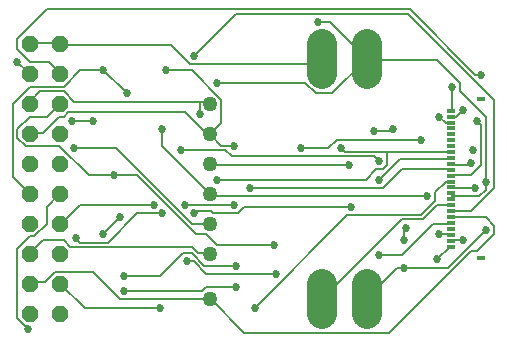
<source format=gtl>
G04 EAGLE Gerber RS-274X export*
G75*
%MOMM*%
%FSLAX34Y34*%
%LPD*%
%INTop Layer*%
%IPPOS*%
%AMOC8*
5,1,8,0,0,1.08239X$1,22.5*%
G01*
%ADD10P,1.539592X8X112.500000*%
%ADD11R,0.800000X0.300000*%
%ADD12R,0.800000X0.400000*%
%ADD13C,1.270000*%
%ADD14C,2.552700*%
%ADD15C,0.177800*%
%ADD16C,0.685800*%


D10*
X63500Y25400D03*
X38100Y25400D03*
X63500Y50800D03*
X38100Y50800D03*
X63500Y76200D03*
X38100Y76200D03*
X63500Y101600D03*
X38100Y101600D03*
X63500Y127000D03*
X38100Y127000D03*
X63500Y152400D03*
X38100Y152400D03*
X63500Y177800D03*
X38100Y177800D03*
X63500Y203200D03*
X38100Y203200D03*
X63500Y228600D03*
X38100Y228600D03*
X63500Y254000D03*
X38100Y254000D03*
D11*
X394900Y197200D03*
X394900Y192200D03*
X394900Y187200D03*
X394900Y182200D03*
X394900Y177200D03*
X394900Y172200D03*
X394900Y167200D03*
X394900Y162200D03*
X394900Y157200D03*
X394900Y152200D03*
X394900Y147200D03*
X394900Y142200D03*
X394900Y137200D03*
X394900Y132200D03*
X394900Y127200D03*
X394900Y122200D03*
X394900Y117200D03*
X394900Y112200D03*
X394900Y107200D03*
X394900Y102200D03*
X394900Y97200D03*
X394900Y92200D03*
X394900Y87200D03*
X394900Y82200D03*
D12*
X419900Y72200D03*
X419900Y207200D03*
D13*
X190500Y152400D03*
X190500Y177800D03*
X190500Y101600D03*
X190500Y127000D03*
X190500Y203200D03*
X190500Y76200D03*
X190500Y38100D03*
D14*
X285750Y228537D02*
X285750Y254064D01*
X323850Y254064D02*
X323850Y228537D01*
X285750Y50864D02*
X285750Y25337D01*
X323850Y25337D02*
X323850Y50864D01*
D15*
X349504Y64262D02*
X354838Y64262D01*
X349504Y64262D02*
X324612Y39370D01*
X323850Y38100D01*
X395732Y124714D02*
X395732Y126492D01*
X395732Y124714D02*
X395732Y122936D01*
X394900Y122200D01*
X395732Y126492D02*
X394900Y127200D01*
X395732Y124714D02*
X418846Y124714D01*
X424180Y130048D01*
X424180Y137160D02*
X424180Y192278D01*
X424180Y137160D02*
X424180Y130048D01*
X424180Y192278D02*
X402844Y213614D01*
X402844Y220726D01*
X383286Y240284D01*
X324612Y240284D01*
X323850Y241300D01*
X292608Y272288D02*
X281940Y272288D01*
X292608Y272288D02*
X322834Y242062D01*
X323850Y241300D01*
X271272Y220726D02*
X196596Y220726D01*
X271272Y220726D02*
X280162Y211836D01*
X294386Y211836D01*
X323850Y241300D01*
X354838Y64262D02*
X392176Y64262D01*
X424180Y96266D01*
D16*
X354838Y64262D03*
X281940Y272288D03*
X196596Y220726D03*
X424180Y96266D03*
X424180Y137160D03*
D15*
X203708Y163830D02*
X166370Y163830D01*
X203708Y163830D02*
X209042Y158496D01*
X329946Y158496D01*
X333502Y154940D01*
X354838Y96266D02*
X354838Y87376D01*
X354838Y96266D02*
X356616Y98044D01*
D16*
X166370Y163830D03*
X333502Y154940D03*
X354838Y87376D03*
X356616Y98044D03*
D15*
X395732Y197612D02*
X395732Y217170D01*
X36576Y229616D02*
X27686Y238506D01*
X394900Y197200D02*
X395732Y197612D01*
X38100Y228600D02*
X36576Y229616D01*
D16*
X395732Y217170D03*
X27686Y238506D03*
D15*
X399288Y192278D02*
X404622Y197612D01*
X399288Y192278D02*
X395732Y192278D01*
X394900Y192200D01*
D16*
X404622Y197612D03*
D15*
X393954Y186944D02*
X390398Y186944D01*
X385064Y192278D01*
X393954Y186944D02*
X394900Y187200D01*
D16*
X385064Y192278D03*
D15*
X189484Y76708D02*
X180594Y76708D01*
X175260Y82042D01*
X72136Y82042D01*
X66802Y87376D01*
X49022Y87376D01*
X38354Y76708D01*
X189484Y76708D02*
X190500Y76200D01*
X38354Y76708D02*
X38100Y76200D01*
X351282Y156718D02*
X393954Y156718D01*
X351282Y156718D02*
X333502Y138938D01*
X310388Y115824D02*
X219710Y115824D01*
X214376Y110490D01*
X193040Y110490D01*
X191262Y112268D01*
X178816Y112268D01*
X177038Y110490D01*
X150368Y110490D02*
X129032Y110490D01*
X104140Y85598D01*
X81026Y85598D01*
X77470Y89154D01*
X393954Y156718D02*
X394900Y157200D01*
D16*
X333502Y138938D03*
X310388Y115824D03*
X177038Y110490D03*
X150368Y110490D03*
X77470Y89154D03*
D15*
X395732Y151384D02*
X409956Y151384D01*
X411734Y153162D01*
X36576Y12700D02*
X27686Y21590D01*
X27686Y80264D01*
X38354Y90932D01*
X41910Y90932D01*
X52578Y101600D01*
X52578Y115824D01*
X63246Y126492D01*
X394900Y152200D02*
X395732Y151384D01*
X63500Y127000D02*
X63246Y126492D01*
D16*
X411734Y153162D03*
X36576Y12700D03*
D15*
X353060Y147828D02*
X393954Y147828D01*
X353060Y147828D02*
X337058Y131826D01*
X225044Y131826D01*
X210820Y117602D02*
X169926Y117602D01*
X143256Y117602D02*
X81026Y117602D01*
X65024Y101600D01*
X393954Y147828D02*
X394900Y147200D01*
X65024Y101600D02*
X63500Y101600D01*
D16*
X225044Y131826D03*
X210820Y117602D03*
X169926Y117602D03*
X143256Y117602D03*
D15*
X395732Y142494D02*
X411734Y142494D01*
X420624Y151384D01*
X420624Y185166D01*
X417068Y188722D01*
X415290Y227838D02*
X420624Y227838D01*
X415290Y227838D02*
X360172Y282956D01*
X52578Y282956D01*
X27686Y258064D01*
X27686Y249174D01*
X38354Y238506D01*
X54356Y238506D01*
X63246Y229616D01*
X394900Y142200D02*
X395732Y142494D01*
X63500Y228600D02*
X63246Y229616D01*
D16*
X417068Y188722D03*
X420624Y227838D03*
D15*
X393954Y137160D02*
X390398Y137160D01*
X381508Y128270D01*
X381508Y121158D01*
X369062Y108712D01*
X306832Y108712D01*
X228600Y30480D01*
X148590Y30480D02*
X84582Y30480D01*
X65024Y50038D01*
X393954Y137160D02*
X394900Y137200D01*
X65024Y50038D02*
X63500Y50800D01*
D16*
X228600Y30480D03*
X148590Y30480D03*
D15*
X395732Y131826D02*
X415290Y131826D01*
X395732Y131826D02*
X394900Y132200D01*
D16*
X415290Y131826D03*
D15*
X411734Y112268D02*
X395732Y112268D01*
X411734Y112268D02*
X431292Y131826D01*
X431292Y206502D01*
X358394Y279400D01*
X212598Y279400D01*
X177038Y243840D01*
X394900Y112200D02*
X395732Y112268D01*
D16*
X177038Y243840D03*
D15*
X395732Y106934D02*
X424180Y106934D01*
X431292Y99822D01*
X431292Y92710D01*
X417068Y78486D01*
X411734Y78486D01*
X342392Y9144D01*
X219710Y9144D01*
X191262Y37592D01*
X394900Y107200D02*
X395732Y106934D01*
X191262Y37592D02*
X190500Y38100D01*
X50800Y51816D02*
X38354Y51816D01*
X50800Y51816D02*
X59690Y60706D01*
X91694Y60706D01*
X114808Y37592D01*
X189484Y37592D01*
X38354Y51816D02*
X38100Y50800D01*
X189484Y37592D02*
X190500Y38100D01*
X379730Y101600D02*
X393954Y101600D01*
X379730Y101600D02*
X353060Y74930D01*
X333502Y74930D01*
X210820Y167386D02*
X200152Y167386D01*
X191262Y176276D01*
X393954Y101600D02*
X394900Y102200D01*
X191262Y176276D02*
X190500Y177800D01*
X175260Y231394D02*
X153924Y231394D01*
X175260Y231394D02*
X200152Y206502D01*
X200152Y186944D01*
X191262Y178054D01*
X190500Y177800D01*
X49022Y178054D02*
X38354Y178054D01*
X49022Y178054D02*
X63246Y192278D01*
X66802Y192278D01*
X70358Y195834D01*
X169926Y195834D01*
X189484Y176276D01*
X38354Y178054D02*
X38100Y177800D01*
X189484Y176276D02*
X190500Y177800D01*
D16*
X333502Y74930D03*
X210820Y167386D03*
X153924Y231394D03*
D15*
X182372Y204724D02*
X75692Y204724D01*
X182372Y204724D02*
X189484Y204724D01*
X75692Y204724D02*
X66802Y213614D01*
X47244Y213614D01*
X38354Y204724D01*
X189484Y204724D02*
X190500Y203200D01*
X38354Y204724D02*
X38100Y203200D01*
X182372Y204724D02*
X182372Y194056D01*
D16*
X182372Y194056D03*
D15*
X100584Y231394D02*
X81026Y231394D01*
X66802Y217170D01*
X38354Y217170D01*
X24130Y202946D01*
X24130Y140716D01*
X36576Y128270D01*
X38100Y127000D01*
X385064Y92710D02*
X393954Y92710D01*
X374396Y124714D02*
X193040Y124714D01*
X191262Y126492D01*
X393954Y92710D02*
X394900Y92200D01*
X191262Y126492D02*
X190500Y127000D01*
X120142Y211836D02*
X100584Y231394D01*
X150368Y181610D02*
X150368Y167386D01*
X189484Y128270D01*
X190500Y127000D01*
D16*
X100584Y231394D03*
X385064Y92710D03*
X374396Y124714D03*
X120142Y211836D03*
X150368Y181610D03*
D15*
X383286Y71374D02*
X393954Y82042D01*
X394900Y82200D01*
X190500Y101600D02*
X175260Y101600D01*
X111252Y165608D01*
X75692Y165608D01*
D16*
X383286Y71374D03*
X75692Y165608D03*
D15*
X267716Y165608D02*
X290830Y165608D01*
X297942Y172720D01*
X369062Y172720D01*
D16*
X267716Y165608D03*
X369062Y172720D03*
D15*
X395732Y87376D02*
X404622Y87376D01*
X395732Y87376D02*
X394900Y87200D01*
X308610Y151384D02*
X191262Y151384D01*
X329946Y179832D02*
X344170Y179832D01*
X345948Y181610D01*
X191262Y151384D02*
X190500Y152400D01*
D16*
X404622Y87376D03*
X308610Y151384D03*
X329946Y179832D03*
X345948Y181610D03*
D15*
X109474Y142494D02*
X88138Y142494D01*
X63246Y167386D01*
X34798Y167386D01*
X27686Y174498D01*
X27686Y181610D01*
X38354Y192278D01*
X52578Y192278D01*
X63500Y203200D01*
X196596Y83820D02*
X244602Y83820D01*
X196596Y83820D02*
X187706Y92710D01*
X178816Y92710D01*
X129032Y142494D01*
X109474Y142494D01*
D16*
X109474Y142494D03*
X244602Y83820D03*
D15*
X184150Y44704D02*
X118364Y44704D01*
X184150Y44704D02*
X187706Y48260D01*
X212598Y48260D01*
D16*
X118364Y44704D03*
X212598Y48260D03*
D15*
X177038Y69596D02*
X171704Y69596D01*
X177038Y69596D02*
X187706Y58928D01*
X246380Y58928D01*
D16*
X171704Y69596D03*
X246380Y58928D03*
D15*
X148590Y57150D02*
X118364Y57150D01*
X148590Y57150D02*
X168148Y76708D01*
X175260Y76708D01*
X185928Y66040D01*
X212598Y66040D01*
D16*
X118364Y57150D03*
X212598Y66040D03*
D15*
X63246Y254508D02*
X38354Y254508D01*
X38100Y254000D01*
X63246Y254508D02*
X63500Y254000D01*
X65024Y252730D02*
X157480Y252730D01*
X173482Y236728D01*
X281940Y236728D01*
X285496Y240284D01*
X65024Y252730D02*
X63500Y254000D01*
X285496Y240284D02*
X285750Y241300D01*
X383286Y117602D02*
X393954Y117602D01*
X383286Y117602D02*
X370840Y105156D01*
X353060Y105156D01*
X287274Y39370D01*
X393954Y117602D02*
X394900Y117200D01*
X287274Y39370D02*
X285750Y38100D01*
X91694Y188722D02*
X73914Y188722D01*
X114808Y106934D02*
X100584Y92710D01*
D16*
X73914Y188722D03*
X91694Y188722D03*
X100584Y92710D03*
X114808Y106934D03*
D15*
X411734Y162052D02*
X413512Y163830D01*
D16*
X413512Y163830D03*
D15*
X340614Y162052D02*
X305054Y162052D01*
X340614Y162052D02*
X393954Y162052D01*
X305054Y162052D02*
X301498Y165608D01*
X322834Y138938D02*
X196596Y138938D01*
X322834Y138938D02*
X331724Y147828D01*
X337058Y147828D01*
X340614Y151384D01*
X340614Y162052D01*
D16*
X301498Y165608D03*
X196596Y138938D03*
M02*

</source>
